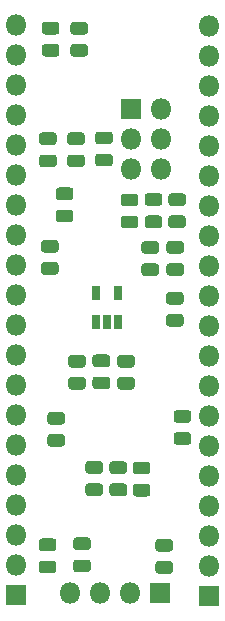
<source format=gbr>
%TF.GenerationSoftware,KiCad,Pcbnew,(5.1.6)-1*%
%TF.CreationDate,2020-09-14T17:11:37+02:00*%
%TF.ProjectId,STM32_blue_pill_4_layers,53544d33-325f-4626-9c75-655f70696c6c,rev?*%
%TF.SameCoordinates,Original*%
%TF.FileFunction,Soldermask,Bot*%
%TF.FilePolarity,Negative*%
%FSLAX46Y46*%
G04 Gerber Fmt 4.6, Leading zero omitted, Abs format (unit mm)*
G04 Created by KiCad (PCBNEW (5.1.6)-1) date 2020-09-14 17:11:37*
%MOMM*%
%LPD*%
G01*
G04 APERTURE LIST*
%ADD10R,0.770000X1.270000*%
%ADD11O,1.800000X1.800000*%
%ADD12R,1.800000X1.800000*%
G04 APERTURE END LIST*
D10*
%TO.C,U2*%
X130620000Y-87210000D03*
X129680000Y-87210000D03*
X128740000Y-87210000D03*
X128740000Y-84770000D03*
X130620000Y-84770000D03*
%TD*%
%TO.C,R9*%
G36*
G01*
X132828750Y-82260000D02*
X133791250Y-82260000D01*
G75*
G02*
X134060000Y-82528750I0J-268750D01*
G01*
X134060000Y-83066250D01*
G75*
G02*
X133791250Y-83335000I-268750J0D01*
G01*
X132828750Y-83335000D01*
G75*
G02*
X132560000Y-83066250I0J268750D01*
G01*
X132560000Y-82528750D01*
G75*
G02*
X132828750Y-82260000I268750J0D01*
G01*
G37*
G36*
G01*
X132828750Y-80385000D02*
X133791250Y-80385000D01*
G75*
G02*
X134060000Y-80653750I0J-268750D01*
G01*
X134060000Y-81191250D01*
G75*
G02*
X133791250Y-81460000I-268750J0D01*
G01*
X132828750Y-81460000D01*
G75*
G02*
X132560000Y-81191250I0J268750D01*
G01*
X132560000Y-80653750D01*
G75*
G02*
X132828750Y-80385000I268750J0D01*
G01*
G37*
%TD*%
%TO.C,R8*%
G36*
G01*
X129871250Y-72180000D02*
X128908750Y-72180000D01*
G75*
G02*
X128640000Y-71911250I0J268750D01*
G01*
X128640000Y-71373750D01*
G75*
G02*
X128908750Y-71105000I268750J0D01*
G01*
X129871250Y-71105000D01*
G75*
G02*
X130140000Y-71373750I0J-268750D01*
G01*
X130140000Y-71911250D01*
G75*
G02*
X129871250Y-72180000I-268750J0D01*
G01*
G37*
G36*
G01*
X129871250Y-74055000D02*
X128908750Y-74055000D01*
G75*
G02*
X128640000Y-73786250I0J268750D01*
G01*
X128640000Y-73248750D01*
G75*
G02*
X128908750Y-72980000I268750J0D01*
G01*
X129871250Y-72980000D01*
G75*
G02*
X130140000Y-73248750I0J-268750D01*
G01*
X130140000Y-73786250D01*
G75*
G02*
X129871250Y-74055000I-268750J0D01*
G01*
G37*
%TD*%
%TO.C,R7*%
G36*
G01*
X124328750Y-82152500D02*
X125291250Y-82152500D01*
G75*
G02*
X125560000Y-82421250I0J-268750D01*
G01*
X125560000Y-82958750D01*
G75*
G02*
X125291250Y-83227500I-268750J0D01*
G01*
X124328750Y-83227500D01*
G75*
G02*
X124060000Y-82958750I0J268750D01*
G01*
X124060000Y-82421250D01*
G75*
G02*
X124328750Y-82152500I268750J0D01*
G01*
G37*
G36*
G01*
X124328750Y-80277500D02*
X125291250Y-80277500D01*
G75*
G02*
X125560000Y-80546250I0J-268750D01*
G01*
X125560000Y-81083750D01*
G75*
G02*
X125291250Y-81352500I-268750J0D01*
G01*
X124328750Y-81352500D01*
G75*
G02*
X124060000Y-81083750I0J268750D01*
G01*
X124060000Y-80546250D01*
G75*
G02*
X124328750Y-80277500I268750J0D01*
G01*
G37*
%TD*%
%TO.C,R6*%
G36*
G01*
X126818750Y-63690000D02*
X127781250Y-63690000D01*
G75*
G02*
X128050000Y-63958750I0J-268750D01*
G01*
X128050000Y-64496250D01*
G75*
G02*
X127781250Y-64765000I-268750J0D01*
G01*
X126818750Y-64765000D01*
G75*
G02*
X126550000Y-64496250I0J268750D01*
G01*
X126550000Y-63958750D01*
G75*
G02*
X126818750Y-63690000I268750J0D01*
G01*
G37*
G36*
G01*
X126818750Y-61815000D02*
X127781250Y-61815000D01*
G75*
G02*
X128050000Y-62083750I0J-268750D01*
G01*
X128050000Y-62621250D01*
G75*
G02*
X127781250Y-62890000I-268750J0D01*
G01*
X126818750Y-62890000D01*
G75*
G02*
X126550000Y-62621250I0J268750D01*
G01*
X126550000Y-62083750D01*
G75*
G02*
X126818750Y-61815000I268750J0D01*
G01*
G37*
%TD*%
%TO.C,R5*%
G36*
G01*
X124398750Y-63687500D02*
X125361250Y-63687500D01*
G75*
G02*
X125630000Y-63956250I0J-268750D01*
G01*
X125630000Y-64493750D01*
G75*
G02*
X125361250Y-64762500I-268750J0D01*
G01*
X124398750Y-64762500D01*
G75*
G02*
X124130000Y-64493750I0J268750D01*
G01*
X124130000Y-63956250D01*
G75*
G02*
X124398750Y-63687500I268750J0D01*
G01*
G37*
G36*
G01*
X124398750Y-61812500D02*
X125361250Y-61812500D01*
G75*
G02*
X125630000Y-62081250I0J-268750D01*
G01*
X125630000Y-62618750D01*
G75*
G02*
X125361250Y-62887500I-268750J0D01*
G01*
X124398750Y-62887500D01*
G75*
G02*
X124130000Y-62618750I0J268750D01*
G01*
X124130000Y-62081250D01*
G75*
G02*
X124398750Y-61812500I268750J0D01*
G01*
G37*
%TD*%
%TO.C,R4*%
G36*
G01*
X134971250Y-106672500D02*
X134008750Y-106672500D01*
G75*
G02*
X133740000Y-106403750I0J268750D01*
G01*
X133740000Y-105866250D01*
G75*
G02*
X134008750Y-105597500I268750J0D01*
G01*
X134971250Y-105597500D01*
G75*
G02*
X135240000Y-105866250I0J-268750D01*
G01*
X135240000Y-106403750D01*
G75*
G02*
X134971250Y-106672500I-268750J0D01*
G01*
G37*
G36*
G01*
X134971250Y-108547500D02*
X134008750Y-108547500D01*
G75*
G02*
X133740000Y-108278750I0J268750D01*
G01*
X133740000Y-107741250D01*
G75*
G02*
X134008750Y-107472500I268750J0D01*
G01*
X134971250Y-107472500D01*
G75*
G02*
X135240000Y-107741250I0J-268750D01*
G01*
X135240000Y-108278750D01*
G75*
G02*
X134971250Y-108547500I-268750J0D01*
G01*
G37*
%TD*%
%TO.C,R3*%
G36*
G01*
X132098750Y-100927500D02*
X133061250Y-100927500D01*
G75*
G02*
X133330000Y-101196250I0J-268750D01*
G01*
X133330000Y-101733750D01*
G75*
G02*
X133061250Y-102002500I-268750J0D01*
G01*
X132098750Y-102002500D01*
G75*
G02*
X131830000Y-101733750I0J268750D01*
G01*
X131830000Y-101196250D01*
G75*
G02*
X132098750Y-100927500I268750J0D01*
G01*
G37*
G36*
G01*
X132098750Y-99052500D02*
X133061250Y-99052500D01*
G75*
G02*
X133330000Y-99321250I0J-268750D01*
G01*
X133330000Y-99858750D01*
G75*
G02*
X133061250Y-100127500I-268750J0D01*
G01*
X132098750Y-100127500D01*
G75*
G02*
X131830000Y-99858750I0J268750D01*
G01*
X131830000Y-99321250D01*
G75*
G02*
X132098750Y-99052500I268750J0D01*
G01*
G37*
%TD*%
%TO.C,R2*%
G36*
G01*
X129651250Y-91052500D02*
X128688750Y-91052500D01*
G75*
G02*
X128420000Y-90783750I0J268750D01*
G01*
X128420000Y-90246250D01*
G75*
G02*
X128688750Y-89977500I268750J0D01*
G01*
X129651250Y-89977500D01*
G75*
G02*
X129920000Y-90246250I0J-268750D01*
G01*
X129920000Y-90783750D01*
G75*
G02*
X129651250Y-91052500I-268750J0D01*
G01*
G37*
G36*
G01*
X129651250Y-92927500D02*
X128688750Y-92927500D01*
G75*
G02*
X128420000Y-92658750I0J268750D01*
G01*
X128420000Y-92121250D01*
G75*
G02*
X128688750Y-91852500I268750J0D01*
G01*
X129651250Y-91852500D01*
G75*
G02*
X129920000Y-92121250I0J-268750D01*
G01*
X129920000Y-92658750D01*
G75*
G02*
X129651250Y-92927500I-268750J0D01*
G01*
G37*
%TD*%
%TO.C,R1*%
G36*
G01*
X135911250Y-81440000D02*
X134948750Y-81440000D01*
G75*
G02*
X134680000Y-81171250I0J268750D01*
G01*
X134680000Y-80633750D01*
G75*
G02*
X134948750Y-80365000I268750J0D01*
G01*
X135911250Y-80365000D01*
G75*
G02*
X136180000Y-80633750I0J-268750D01*
G01*
X136180000Y-81171250D01*
G75*
G02*
X135911250Y-81440000I-268750J0D01*
G01*
G37*
G36*
G01*
X135911250Y-83315000D02*
X134948750Y-83315000D01*
G75*
G02*
X134680000Y-83046250I0J268750D01*
G01*
X134680000Y-82508750D01*
G75*
G02*
X134948750Y-82240000I268750J0D01*
G01*
X135911250Y-82240000D01*
G75*
G02*
X136180000Y-82508750I0J-268750D01*
G01*
X136180000Y-83046250D01*
G75*
G02*
X135911250Y-83315000I-268750J0D01*
G01*
G37*
%TD*%
D11*
%TO.C,J5*%
X126550000Y-110170000D03*
X129090000Y-110170000D03*
X131630000Y-110170000D03*
D12*
X134170000Y-110170000D03*
%TD*%
D11*
%TO.C,J4*%
X134210000Y-74260000D03*
X131670000Y-74260000D03*
X134210000Y-71720000D03*
X131670000Y-71720000D03*
X134210000Y-69180000D03*
D12*
X131670000Y-69180000D03*
%TD*%
D11*
%TO.C,J2*%
X121950000Y-62090000D03*
X121950000Y-64630000D03*
X121950000Y-67170000D03*
X121950000Y-69710000D03*
X121950000Y-72250000D03*
X121950000Y-74790000D03*
X121950000Y-77330000D03*
X121950000Y-79870000D03*
X121950000Y-82410000D03*
X121950000Y-84950000D03*
X121950000Y-87490000D03*
X121950000Y-90030000D03*
X121950000Y-92570000D03*
X121950000Y-95110000D03*
X121950000Y-97650000D03*
X121950000Y-100190000D03*
X121950000Y-102730000D03*
X121950000Y-105270000D03*
X121950000Y-107810000D03*
D12*
X121950000Y-110350000D03*
%TD*%
D11*
%TO.C,J1*%
X138320000Y-62130000D03*
X138320000Y-64670000D03*
X138320000Y-67210000D03*
X138320000Y-69750000D03*
X138320000Y-72290000D03*
X138320000Y-74830000D03*
X138320000Y-77370000D03*
X138320000Y-79910000D03*
X138320000Y-82450000D03*
X138320000Y-84990000D03*
X138320000Y-87530000D03*
X138320000Y-90070000D03*
X138320000Y-92610000D03*
X138320000Y-95150000D03*
X138320000Y-97690000D03*
X138320000Y-100230000D03*
X138320000Y-102770000D03*
X138320000Y-105310000D03*
X138320000Y-107850000D03*
D12*
X138320000Y-110390000D03*
%TD*%
%TO.C,C15*%
G36*
G01*
X129041250Y-100082500D02*
X128078750Y-100082500D01*
G75*
G02*
X127810000Y-99813750I0J268750D01*
G01*
X127810000Y-99276250D01*
G75*
G02*
X128078750Y-99007500I268750J0D01*
G01*
X129041250Y-99007500D01*
G75*
G02*
X129310000Y-99276250I0J-268750D01*
G01*
X129310000Y-99813750D01*
G75*
G02*
X129041250Y-100082500I-268750J0D01*
G01*
G37*
G36*
G01*
X129041250Y-101957500D02*
X128078750Y-101957500D01*
G75*
G02*
X127810000Y-101688750I0J268750D01*
G01*
X127810000Y-101151250D01*
G75*
G02*
X128078750Y-100882500I268750J0D01*
G01*
X129041250Y-100882500D01*
G75*
G02*
X129310000Y-101151250I0J-268750D01*
G01*
X129310000Y-101688750D01*
G75*
G02*
X129041250Y-101957500I-268750J0D01*
G01*
G37*
%TD*%
%TO.C,C14*%
G36*
G01*
X125131250Y-72247500D02*
X124168750Y-72247500D01*
G75*
G02*
X123900000Y-71978750I0J268750D01*
G01*
X123900000Y-71441250D01*
G75*
G02*
X124168750Y-71172500I268750J0D01*
G01*
X125131250Y-71172500D01*
G75*
G02*
X125400000Y-71441250I0J-268750D01*
G01*
X125400000Y-71978750D01*
G75*
G02*
X125131250Y-72247500I-268750J0D01*
G01*
G37*
G36*
G01*
X125131250Y-74122500D02*
X124168750Y-74122500D01*
G75*
G02*
X123900000Y-73853750I0J268750D01*
G01*
X123900000Y-73316250D01*
G75*
G02*
X124168750Y-73047500I268750J0D01*
G01*
X125131250Y-73047500D01*
G75*
G02*
X125400000Y-73316250I0J-268750D01*
G01*
X125400000Y-73853750D01*
G75*
G02*
X125131250Y-74122500I-268750J0D01*
G01*
G37*
%TD*%
%TO.C,C13*%
G36*
G01*
X136071250Y-77407500D02*
X135108750Y-77407500D01*
G75*
G02*
X134840000Y-77138750I0J268750D01*
G01*
X134840000Y-76601250D01*
G75*
G02*
X135108750Y-76332500I268750J0D01*
G01*
X136071250Y-76332500D01*
G75*
G02*
X136340000Y-76601250I0J-268750D01*
G01*
X136340000Y-77138750D01*
G75*
G02*
X136071250Y-77407500I-268750J0D01*
G01*
G37*
G36*
G01*
X136071250Y-79282500D02*
X135108750Y-79282500D01*
G75*
G02*
X134840000Y-79013750I0J268750D01*
G01*
X134840000Y-78476250D01*
G75*
G02*
X135108750Y-78207500I268750J0D01*
G01*
X136071250Y-78207500D01*
G75*
G02*
X136340000Y-78476250I0J-268750D01*
G01*
X136340000Y-79013750D01*
G75*
G02*
X136071250Y-79282500I-268750J0D01*
G01*
G37*
%TD*%
%TO.C,C12*%
G36*
G01*
X127511250Y-72247500D02*
X126548750Y-72247500D01*
G75*
G02*
X126280000Y-71978750I0J268750D01*
G01*
X126280000Y-71441250D01*
G75*
G02*
X126548750Y-71172500I268750J0D01*
G01*
X127511250Y-71172500D01*
G75*
G02*
X127780000Y-71441250I0J-268750D01*
G01*
X127780000Y-71978750D01*
G75*
G02*
X127511250Y-72247500I-268750J0D01*
G01*
G37*
G36*
G01*
X127511250Y-74122500D02*
X126548750Y-74122500D01*
G75*
G02*
X126280000Y-73853750I0J268750D01*
G01*
X126280000Y-73316250D01*
G75*
G02*
X126548750Y-73047500I268750J0D01*
G01*
X127511250Y-73047500D01*
G75*
G02*
X127780000Y-73316250I0J-268750D01*
G01*
X127780000Y-73853750D01*
G75*
G02*
X127511250Y-74122500I-268750J0D01*
G01*
G37*
%TD*%
%TO.C,C11*%
G36*
G01*
X135881250Y-85752500D02*
X134918750Y-85752500D01*
G75*
G02*
X134650000Y-85483750I0J268750D01*
G01*
X134650000Y-84946250D01*
G75*
G02*
X134918750Y-84677500I268750J0D01*
G01*
X135881250Y-84677500D01*
G75*
G02*
X136150000Y-84946250I0J-268750D01*
G01*
X136150000Y-85483750D01*
G75*
G02*
X135881250Y-85752500I-268750J0D01*
G01*
G37*
G36*
G01*
X135881250Y-87627500D02*
X134918750Y-87627500D01*
G75*
G02*
X134650000Y-87358750I0J268750D01*
G01*
X134650000Y-86821250D01*
G75*
G02*
X134918750Y-86552500I268750J0D01*
G01*
X135881250Y-86552500D01*
G75*
G02*
X136150000Y-86821250I0J-268750D01*
G01*
X136150000Y-87358750D01*
G75*
G02*
X135881250Y-87627500I-268750J0D01*
G01*
G37*
%TD*%
%TO.C,C10*%
G36*
G01*
X124878750Y-96712500D02*
X125841250Y-96712500D01*
G75*
G02*
X126110000Y-96981250I0J-268750D01*
G01*
X126110000Y-97518750D01*
G75*
G02*
X125841250Y-97787500I-268750J0D01*
G01*
X124878750Y-97787500D01*
G75*
G02*
X124610000Y-97518750I0J268750D01*
G01*
X124610000Y-96981250D01*
G75*
G02*
X124878750Y-96712500I268750J0D01*
G01*
G37*
G36*
G01*
X124878750Y-94837500D02*
X125841250Y-94837500D01*
G75*
G02*
X126110000Y-95106250I0J-268750D01*
G01*
X126110000Y-95643750D01*
G75*
G02*
X125841250Y-95912500I-268750J0D01*
G01*
X124878750Y-95912500D01*
G75*
G02*
X124610000Y-95643750I0J268750D01*
G01*
X124610000Y-95106250D01*
G75*
G02*
X124878750Y-94837500I268750J0D01*
G01*
G37*
%TD*%
%TO.C,C9*%
G36*
G01*
X134071250Y-77407500D02*
X133108750Y-77407500D01*
G75*
G02*
X132840000Y-77138750I0J268750D01*
G01*
X132840000Y-76601250D01*
G75*
G02*
X133108750Y-76332500I268750J0D01*
G01*
X134071250Y-76332500D01*
G75*
G02*
X134340000Y-76601250I0J-268750D01*
G01*
X134340000Y-77138750D01*
G75*
G02*
X134071250Y-77407500I-268750J0D01*
G01*
G37*
G36*
G01*
X134071250Y-79282500D02*
X133108750Y-79282500D01*
G75*
G02*
X132840000Y-79013750I0J268750D01*
G01*
X132840000Y-78476250D01*
G75*
G02*
X133108750Y-78207500I268750J0D01*
G01*
X134071250Y-78207500D01*
G75*
G02*
X134340000Y-78476250I0J-268750D01*
G01*
X134340000Y-79013750D01*
G75*
G02*
X134071250Y-79282500I-268750J0D01*
G01*
G37*
%TD*%
%TO.C,C8*%
G36*
G01*
X126541250Y-76910000D02*
X125578750Y-76910000D01*
G75*
G02*
X125310000Y-76641250I0J268750D01*
G01*
X125310000Y-76103750D01*
G75*
G02*
X125578750Y-75835000I268750J0D01*
G01*
X126541250Y-75835000D01*
G75*
G02*
X126810000Y-76103750I0J-268750D01*
G01*
X126810000Y-76641250D01*
G75*
G02*
X126541250Y-76910000I-268750J0D01*
G01*
G37*
G36*
G01*
X126541250Y-78785000D02*
X125578750Y-78785000D01*
G75*
G02*
X125310000Y-78516250I0J268750D01*
G01*
X125310000Y-77978750D01*
G75*
G02*
X125578750Y-77710000I268750J0D01*
G01*
X126541250Y-77710000D01*
G75*
G02*
X126810000Y-77978750I0J-268750D01*
G01*
X126810000Y-78516250D01*
G75*
G02*
X126541250Y-78785000I-268750J0D01*
G01*
G37*
%TD*%
%TO.C,C7*%
G36*
G01*
X131091250Y-100097500D02*
X130128750Y-100097500D01*
G75*
G02*
X129860000Y-99828750I0J268750D01*
G01*
X129860000Y-99291250D01*
G75*
G02*
X130128750Y-99022500I268750J0D01*
G01*
X131091250Y-99022500D01*
G75*
G02*
X131360000Y-99291250I0J-268750D01*
G01*
X131360000Y-99828750D01*
G75*
G02*
X131091250Y-100097500I-268750J0D01*
G01*
G37*
G36*
G01*
X131091250Y-101972500D02*
X130128750Y-101972500D01*
G75*
G02*
X129860000Y-101703750I0J268750D01*
G01*
X129860000Y-101166250D01*
G75*
G02*
X130128750Y-100897500I268750J0D01*
G01*
X131091250Y-100897500D01*
G75*
G02*
X131360000Y-101166250I0J-268750D01*
G01*
X131360000Y-101703750D01*
G75*
G02*
X131091250Y-101972500I-268750J0D01*
G01*
G37*
%TD*%
%TO.C,C6*%
G36*
G01*
X127048750Y-107342500D02*
X128011250Y-107342500D01*
G75*
G02*
X128280000Y-107611250I0J-268750D01*
G01*
X128280000Y-108148750D01*
G75*
G02*
X128011250Y-108417500I-268750J0D01*
G01*
X127048750Y-108417500D01*
G75*
G02*
X126780000Y-108148750I0J268750D01*
G01*
X126780000Y-107611250D01*
G75*
G02*
X127048750Y-107342500I268750J0D01*
G01*
G37*
G36*
G01*
X127048750Y-105467500D02*
X128011250Y-105467500D01*
G75*
G02*
X128280000Y-105736250I0J-268750D01*
G01*
X128280000Y-106273750D01*
G75*
G02*
X128011250Y-106542500I-268750J0D01*
G01*
X127048750Y-106542500D01*
G75*
G02*
X126780000Y-106273750I0J268750D01*
G01*
X126780000Y-105736250D01*
G75*
G02*
X127048750Y-105467500I268750J0D01*
G01*
G37*
%TD*%
%TO.C,C5*%
G36*
G01*
X136521250Y-95762500D02*
X135558750Y-95762500D01*
G75*
G02*
X135290000Y-95493750I0J268750D01*
G01*
X135290000Y-94956250D01*
G75*
G02*
X135558750Y-94687500I268750J0D01*
G01*
X136521250Y-94687500D01*
G75*
G02*
X136790000Y-94956250I0J-268750D01*
G01*
X136790000Y-95493750D01*
G75*
G02*
X136521250Y-95762500I-268750J0D01*
G01*
G37*
G36*
G01*
X136521250Y-97637500D02*
X135558750Y-97637500D01*
G75*
G02*
X135290000Y-97368750I0J268750D01*
G01*
X135290000Y-96831250D01*
G75*
G02*
X135558750Y-96562500I268750J0D01*
G01*
X136521250Y-96562500D01*
G75*
G02*
X136790000Y-96831250I0J-268750D01*
G01*
X136790000Y-97368750D01*
G75*
G02*
X136521250Y-97637500I-268750J0D01*
G01*
G37*
%TD*%
%TO.C,C4*%
G36*
G01*
X126628750Y-91882500D02*
X127591250Y-91882500D01*
G75*
G02*
X127860000Y-92151250I0J-268750D01*
G01*
X127860000Y-92688750D01*
G75*
G02*
X127591250Y-92957500I-268750J0D01*
G01*
X126628750Y-92957500D01*
G75*
G02*
X126360000Y-92688750I0J268750D01*
G01*
X126360000Y-92151250D01*
G75*
G02*
X126628750Y-91882500I268750J0D01*
G01*
G37*
G36*
G01*
X126628750Y-90007500D02*
X127591250Y-90007500D01*
G75*
G02*
X127860000Y-90276250I0J-268750D01*
G01*
X127860000Y-90813750D01*
G75*
G02*
X127591250Y-91082500I-268750J0D01*
G01*
X126628750Y-91082500D01*
G75*
G02*
X126360000Y-90813750I0J268750D01*
G01*
X126360000Y-90276250D01*
G75*
G02*
X126628750Y-90007500I268750J0D01*
G01*
G37*
%TD*%
%TO.C,C3*%
G36*
G01*
X131741250Y-91082500D02*
X130778750Y-91082500D01*
G75*
G02*
X130510000Y-90813750I0J268750D01*
G01*
X130510000Y-90276250D01*
G75*
G02*
X130778750Y-90007500I268750J0D01*
G01*
X131741250Y-90007500D01*
G75*
G02*
X132010000Y-90276250I0J-268750D01*
G01*
X132010000Y-90813750D01*
G75*
G02*
X131741250Y-91082500I-268750J0D01*
G01*
G37*
G36*
G01*
X131741250Y-92957500D02*
X130778750Y-92957500D01*
G75*
G02*
X130510000Y-92688750I0J268750D01*
G01*
X130510000Y-92151250D01*
G75*
G02*
X130778750Y-91882500I268750J0D01*
G01*
X131741250Y-91882500D01*
G75*
G02*
X132010000Y-92151250I0J-268750D01*
G01*
X132010000Y-92688750D01*
G75*
G02*
X131741250Y-92957500I-268750J0D01*
G01*
G37*
%TD*%
%TO.C,C2*%
G36*
G01*
X125101250Y-106627500D02*
X124138750Y-106627500D01*
G75*
G02*
X123870000Y-106358750I0J268750D01*
G01*
X123870000Y-105821250D01*
G75*
G02*
X124138750Y-105552500I268750J0D01*
G01*
X125101250Y-105552500D01*
G75*
G02*
X125370000Y-105821250I0J-268750D01*
G01*
X125370000Y-106358750D01*
G75*
G02*
X125101250Y-106627500I-268750J0D01*
G01*
G37*
G36*
G01*
X125101250Y-108502500D02*
X124138750Y-108502500D01*
G75*
G02*
X123870000Y-108233750I0J268750D01*
G01*
X123870000Y-107696250D01*
G75*
G02*
X124138750Y-107427500I268750J0D01*
G01*
X125101250Y-107427500D01*
G75*
G02*
X125370000Y-107696250I0J-268750D01*
G01*
X125370000Y-108233750D01*
G75*
G02*
X125101250Y-108502500I-268750J0D01*
G01*
G37*
%TD*%
%TO.C,C1*%
G36*
G01*
X132041250Y-77430000D02*
X131078750Y-77430000D01*
G75*
G02*
X130810000Y-77161250I0J268750D01*
G01*
X130810000Y-76623750D01*
G75*
G02*
X131078750Y-76355000I268750J0D01*
G01*
X132041250Y-76355000D01*
G75*
G02*
X132310000Y-76623750I0J-268750D01*
G01*
X132310000Y-77161250D01*
G75*
G02*
X132041250Y-77430000I-268750J0D01*
G01*
G37*
G36*
G01*
X132041250Y-79305000D02*
X131078750Y-79305000D01*
G75*
G02*
X130810000Y-79036250I0J268750D01*
G01*
X130810000Y-78498750D01*
G75*
G02*
X131078750Y-78230000I268750J0D01*
G01*
X132041250Y-78230000D01*
G75*
G02*
X132310000Y-78498750I0J-268750D01*
G01*
X132310000Y-79036250D01*
G75*
G02*
X132041250Y-79305000I-268750J0D01*
G01*
G37*
%TD*%
M02*

</source>
